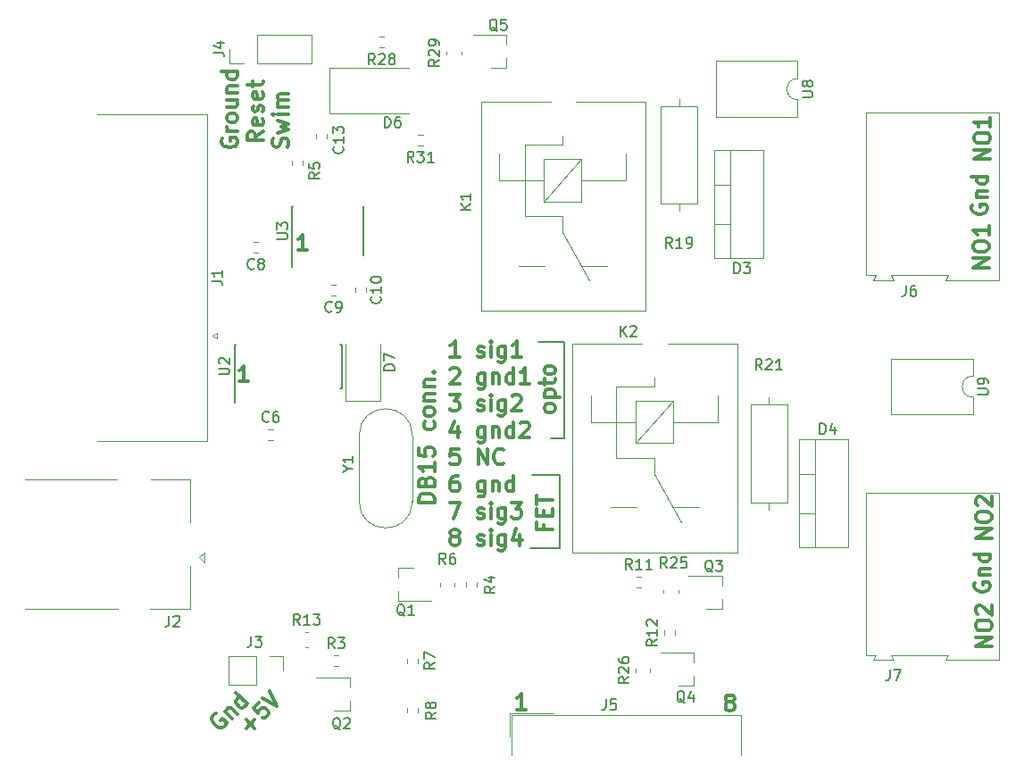
<source format=gbr>
G04 #@! TF.FileFunction,Legend,Top*
%FSLAX46Y46*%
G04 Gerber Fmt 4.6, Leading zero omitted, Abs format (unit mm)*
G04 Created by KiCad (PCBNEW 4.0.7) date Mon Jun 25 21:13:58 2018*
%MOMM*%
%LPD*%
G01*
G04 APERTURE LIST*
%ADD10C,0.100000*%
%ADD11C,0.300000*%
%ADD12C,0.200000*%
%ADD13C,0.120000*%
%ADD14C,0.150000*%
G04 APERTURE END LIST*
D10*
D11*
X70274571Y-68789571D02*
X68774571Y-68789571D01*
X68774571Y-68432428D01*
X68846000Y-68218143D01*
X68988857Y-68075285D01*
X69131714Y-68003857D01*
X69417429Y-67932428D01*
X69631714Y-67932428D01*
X69917429Y-68003857D01*
X70060286Y-68075285D01*
X70203143Y-68218143D01*
X70274571Y-68432428D01*
X70274571Y-68789571D01*
X69488857Y-66789571D02*
X69560286Y-66575285D01*
X69631714Y-66503857D01*
X69774571Y-66432428D01*
X69988857Y-66432428D01*
X70131714Y-66503857D01*
X70203143Y-66575285D01*
X70274571Y-66718143D01*
X70274571Y-67289571D01*
X68774571Y-67289571D01*
X68774571Y-66789571D01*
X68846000Y-66646714D01*
X68917429Y-66575285D01*
X69060286Y-66503857D01*
X69203143Y-66503857D01*
X69346000Y-66575285D01*
X69417429Y-66646714D01*
X69488857Y-66789571D01*
X69488857Y-67289571D01*
X70274571Y-65003857D02*
X70274571Y-65861000D01*
X70274571Y-65432428D02*
X68774571Y-65432428D01*
X68988857Y-65575285D01*
X69131714Y-65718143D01*
X69203143Y-65861000D01*
X68774571Y-63646714D02*
X68774571Y-64361000D01*
X69488857Y-64432429D01*
X69417429Y-64361000D01*
X69346000Y-64218143D01*
X69346000Y-63861000D01*
X69417429Y-63718143D01*
X69488857Y-63646714D01*
X69631714Y-63575286D01*
X69988857Y-63575286D01*
X70131714Y-63646714D01*
X70203143Y-63718143D01*
X70274571Y-63861000D01*
X70274571Y-64218143D01*
X70203143Y-64361000D01*
X70131714Y-64432429D01*
X70203143Y-61146715D02*
X70274571Y-61289572D01*
X70274571Y-61575286D01*
X70203143Y-61718144D01*
X70131714Y-61789572D01*
X69988857Y-61861001D01*
X69560286Y-61861001D01*
X69417429Y-61789572D01*
X69346000Y-61718144D01*
X69274571Y-61575286D01*
X69274571Y-61289572D01*
X69346000Y-61146715D01*
X70274571Y-60289572D02*
X70203143Y-60432430D01*
X70131714Y-60503858D01*
X69988857Y-60575287D01*
X69560286Y-60575287D01*
X69417429Y-60503858D01*
X69346000Y-60432430D01*
X69274571Y-60289572D01*
X69274571Y-60075287D01*
X69346000Y-59932430D01*
X69417429Y-59861001D01*
X69560286Y-59789572D01*
X69988857Y-59789572D01*
X70131714Y-59861001D01*
X70203143Y-59932430D01*
X70274571Y-60075287D01*
X70274571Y-60289572D01*
X69274571Y-59146715D02*
X70274571Y-59146715D01*
X69417429Y-59146715D02*
X69346000Y-59075287D01*
X69274571Y-58932429D01*
X69274571Y-58718144D01*
X69346000Y-58575287D01*
X69488857Y-58503858D01*
X70274571Y-58503858D01*
X69274571Y-57789572D02*
X70274571Y-57789572D01*
X69417429Y-57789572D02*
X69346000Y-57718144D01*
X69274571Y-57575286D01*
X69274571Y-57361001D01*
X69346000Y-57218144D01*
X69488857Y-57146715D01*
X70274571Y-57146715D01*
X70131714Y-56432429D02*
X70203143Y-56361001D01*
X70274571Y-56432429D01*
X70203143Y-56503858D01*
X70131714Y-56432429D01*
X70274571Y-56432429D01*
X98155144Y-87705429D02*
X98012286Y-87634000D01*
X97940858Y-87562571D01*
X97869429Y-87419714D01*
X97869429Y-87348286D01*
X97940858Y-87205429D01*
X98012286Y-87134000D01*
X98155144Y-87062571D01*
X98440858Y-87062571D01*
X98583715Y-87134000D01*
X98655144Y-87205429D01*
X98726572Y-87348286D01*
X98726572Y-87419714D01*
X98655144Y-87562571D01*
X98583715Y-87634000D01*
X98440858Y-87705429D01*
X98155144Y-87705429D01*
X98012286Y-87776857D01*
X97940858Y-87848286D01*
X97869429Y-87991143D01*
X97869429Y-88276857D01*
X97940858Y-88419714D01*
X98012286Y-88491143D01*
X98155144Y-88562571D01*
X98440858Y-88562571D01*
X98583715Y-88491143D01*
X98655144Y-88419714D01*
X98726572Y-88276857D01*
X98726572Y-87991143D01*
X98655144Y-87848286D01*
X98583715Y-87776857D01*
X98440858Y-87705429D01*
X78914572Y-88435571D02*
X78057429Y-88435571D01*
X78486001Y-88435571D02*
X78486001Y-86935571D01*
X78343144Y-87149857D01*
X78200286Y-87292714D01*
X78057429Y-87364143D01*
D12*
X82169000Y-73152000D02*
X79375000Y-73152000D01*
X82169000Y-66167000D02*
X82169000Y-73152000D01*
X79502000Y-66167000D02*
X82169000Y-66167000D01*
D11*
X80664857Y-70885714D02*
X80664857Y-71385714D01*
X81450571Y-71385714D02*
X79950571Y-71385714D01*
X79950571Y-70671428D01*
X80664857Y-70100000D02*
X80664857Y-69600000D01*
X81450571Y-69385714D02*
X81450571Y-70100000D01*
X79950571Y-70100000D01*
X79950571Y-69385714D01*
X79950571Y-68957143D02*
X79950571Y-68100000D01*
X81450571Y-68528571D02*
X79950571Y-68528571D01*
D12*
X82550000Y-62738000D02*
X81280000Y-62738000D01*
X82550000Y-53594000D02*
X82550000Y-62738000D01*
X80137000Y-53594000D02*
X82550000Y-53594000D01*
D11*
X81704571Y-59931857D02*
X81633143Y-60074715D01*
X81561714Y-60146143D01*
X81418857Y-60217572D01*
X80990286Y-60217572D01*
X80847429Y-60146143D01*
X80776000Y-60074715D01*
X80704571Y-59931857D01*
X80704571Y-59717572D01*
X80776000Y-59574715D01*
X80847429Y-59503286D01*
X80990286Y-59431857D01*
X81418857Y-59431857D01*
X81561714Y-59503286D01*
X81633143Y-59574715D01*
X81704571Y-59717572D01*
X81704571Y-59931857D01*
X80704571Y-58789000D02*
X82204571Y-58789000D01*
X80776000Y-58789000D02*
X80704571Y-58646143D01*
X80704571Y-58360429D01*
X80776000Y-58217572D01*
X80847429Y-58146143D01*
X80990286Y-58074714D01*
X81418857Y-58074714D01*
X81561714Y-58146143D01*
X81633143Y-58217572D01*
X81704571Y-58360429D01*
X81704571Y-58646143D01*
X81633143Y-58789000D01*
X80704571Y-57646143D02*
X80704571Y-57074714D01*
X80204571Y-57431857D02*
X81490286Y-57431857D01*
X81633143Y-57360429D01*
X81704571Y-57217571D01*
X81704571Y-57074714D01*
X81704571Y-56360428D02*
X81633143Y-56503286D01*
X81561714Y-56574714D01*
X81418857Y-56646143D01*
X80990286Y-56646143D01*
X80847429Y-56574714D01*
X80776000Y-56503286D01*
X80704571Y-56360428D01*
X80704571Y-56146143D01*
X80776000Y-56003286D01*
X80847429Y-55931857D01*
X80990286Y-55860428D01*
X81418857Y-55860428D01*
X81561714Y-55931857D01*
X81633143Y-56003286D01*
X81704571Y-56146143D01*
X81704571Y-56360428D01*
X72643857Y-54999571D02*
X71786714Y-54999571D01*
X72215286Y-54999571D02*
X72215286Y-53499571D01*
X72072429Y-53713857D01*
X71929571Y-53856714D01*
X71786714Y-53928143D01*
X74358142Y-54928143D02*
X74500999Y-54999571D01*
X74786714Y-54999571D01*
X74929571Y-54928143D01*
X75000999Y-54785286D01*
X75000999Y-54713857D01*
X74929571Y-54571000D01*
X74786714Y-54499571D01*
X74572428Y-54499571D01*
X74429571Y-54428143D01*
X74358142Y-54285286D01*
X74358142Y-54213857D01*
X74429571Y-54071000D01*
X74572428Y-53999571D01*
X74786714Y-53999571D01*
X74929571Y-54071000D01*
X75643857Y-54999571D02*
X75643857Y-53999571D01*
X75643857Y-53499571D02*
X75572428Y-53571000D01*
X75643857Y-53642429D01*
X75715285Y-53571000D01*
X75643857Y-53499571D01*
X75643857Y-53642429D01*
X77001000Y-53999571D02*
X77001000Y-55213857D01*
X76929571Y-55356714D01*
X76858143Y-55428143D01*
X76715286Y-55499571D01*
X76501000Y-55499571D01*
X76358143Y-55428143D01*
X77001000Y-54928143D02*
X76858143Y-54999571D01*
X76572429Y-54999571D01*
X76429571Y-54928143D01*
X76358143Y-54856714D01*
X76286714Y-54713857D01*
X76286714Y-54285286D01*
X76358143Y-54142429D01*
X76429571Y-54071000D01*
X76572429Y-53999571D01*
X76858143Y-53999571D01*
X77001000Y-54071000D01*
X78501000Y-54999571D02*
X77643857Y-54999571D01*
X78072429Y-54999571D02*
X78072429Y-53499571D01*
X77929572Y-53713857D01*
X77786714Y-53856714D01*
X77643857Y-53928143D01*
X71786714Y-56192429D02*
X71858143Y-56121000D01*
X72001000Y-56049571D01*
X72358143Y-56049571D01*
X72501000Y-56121000D01*
X72572429Y-56192429D01*
X72643857Y-56335286D01*
X72643857Y-56478143D01*
X72572429Y-56692429D01*
X71715286Y-57549571D01*
X72643857Y-57549571D01*
X75072428Y-56549571D02*
X75072428Y-57763857D01*
X75000999Y-57906714D01*
X74929571Y-57978143D01*
X74786714Y-58049571D01*
X74572428Y-58049571D01*
X74429571Y-57978143D01*
X75072428Y-57478143D02*
X74929571Y-57549571D01*
X74643857Y-57549571D01*
X74500999Y-57478143D01*
X74429571Y-57406714D01*
X74358142Y-57263857D01*
X74358142Y-56835286D01*
X74429571Y-56692429D01*
X74500999Y-56621000D01*
X74643857Y-56549571D01*
X74929571Y-56549571D01*
X75072428Y-56621000D01*
X75786714Y-56549571D02*
X75786714Y-57549571D01*
X75786714Y-56692429D02*
X75858142Y-56621000D01*
X76001000Y-56549571D01*
X76215285Y-56549571D01*
X76358142Y-56621000D01*
X76429571Y-56763857D01*
X76429571Y-57549571D01*
X77786714Y-57549571D02*
X77786714Y-56049571D01*
X77786714Y-57478143D02*
X77643857Y-57549571D01*
X77358143Y-57549571D01*
X77215285Y-57478143D01*
X77143857Y-57406714D01*
X77072428Y-57263857D01*
X77072428Y-56835286D01*
X77143857Y-56692429D01*
X77215285Y-56621000D01*
X77358143Y-56549571D01*
X77643857Y-56549571D01*
X77786714Y-56621000D01*
X79286714Y-57549571D02*
X78429571Y-57549571D01*
X78858143Y-57549571D02*
X78858143Y-56049571D01*
X78715286Y-56263857D01*
X78572428Y-56406714D01*
X78429571Y-56478143D01*
X71715286Y-58599571D02*
X72643857Y-58599571D01*
X72143857Y-59171000D01*
X72358143Y-59171000D01*
X72501000Y-59242429D01*
X72572429Y-59313857D01*
X72643857Y-59456714D01*
X72643857Y-59813857D01*
X72572429Y-59956714D01*
X72501000Y-60028143D01*
X72358143Y-60099571D01*
X71929571Y-60099571D01*
X71786714Y-60028143D01*
X71715286Y-59956714D01*
X74358142Y-60028143D02*
X74500999Y-60099571D01*
X74786714Y-60099571D01*
X74929571Y-60028143D01*
X75000999Y-59885286D01*
X75000999Y-59813857D01*
X74929571Y-59671000D01*
X74786714Y-59599571D01*
X74572428Y-59599571D01*
X74429571Y-59528143D01*
X74358142Y-59385286D01*
X74358142Y-59313857D01*
X74429571Y-59171000D01*
X74572428Y-59099571D01*
X74786714Y-59099571D01*
X74929571Y-59171000D01*
X75643857Y-60099571D02*
X75643857Y-59099571D01*
X75643857Y-58599571D02*
X75572428Y-58671000D01*
X75643857Y-58742429D01*
X75715285Y-58671000D01*
X75643857Y-58599571D01*
X75643857Y-58742429D01*
X77001000Y-59099571D02*
X77001000Y-60313857D01*
X76929571Y-60456714D01*
X76858143Y-60528143D01*
X76715286Y-60599571D01*
X76501000Y-60599571D01*
X76358143Y-60528143D01*
X77001000Y-60028143D02*
X76858143Y-60099571D01*
X76572429Y-60099571D01*
X76429571Y-60028143D01*
X76358143Y-59956714D01*
X76286714Y-59813857D01*
X76286714Y-59385286D01*
X76358143Y-59242429D01*
X76429571Y-59171000D01*
X76572429Y-59099571D01*
X76858143Y-59099571D01*
X77001000Y-59171000D01*
X77643857Y-58742429D02*
X77715286Y-58671000D01*
X77858143Y-58599571D01*
X78215286Y-58599571D01*
X78358143Y-58671000D01*
X78429572Y-58742429D01*
X78501000Y-58885286D01*
X78501000Y-59028143D01*
X78429572Y-59242429D01*
X77572429Y-60099571D01*
X78501000Y-60099571D01*
X72501000Y-61649571D02*
X72501000Y-62649571D01*
X72143857Y-61078143D02*
X71786714Y-62149571D01*
X72715286Y-62149571D01*
X75072428Y-61649571D02*
X75072428Y-62863857D01*
X75000999Y-63006714D01*
X74929571Y-63078143D01*
X74786714Y-63149571D01*
X74572428Y-63149571D01*
X74429571Y-63078143D01*
X75072428Y-62578143D02*
X74929571Y-62649571D01*
X74643857Y-62649571D01*
X74500999Y-62578143D01*
X74429571Y-62506714D01*
X74358142Y-62363857D01*
X74358142Y-61935286D01*
X74429571Y-61792429D01*
X74500999Y-61721000D01*
X74643857Y-61649571D01*
X74929571Y-61649571D01*
X75072428Y-61721000D01*
X75786714Y-61649571D02*
X75786714Y-62649571D01*
X75786714Y-61792429D02*
X75858142Y-61721000D01*
X76001000Y-61649571D01*
X76215285Y-61649571D01*
X76358142Y-61721000D01*
X76429571Y-61863857D01*
X76429571Y-62649571D01*
X77786714Y-62649571D02*
X77786714Y-61149571D01*
X77786714Y-62578143D02*
X77643857Y-62649571D01*
X77358143Y-62649571D01*
X77215285Y-62578143D01*
X77143857Y-62506714D01*
X77072428Y-62363857D01*
X77072428Y-61935286D01*
X77143857Y-61792429D01*
X77215285Y-61721000D01*
X77358143Y-61649571D01*
X77643857Y-61649571D01*
X77786714Y-61721000D01*
X78429571Y-61292429D02*
X78501000Y-61221000D01*
X78643857Y-61149571D01*
X79001000Y-61149571D01*
X79143857Y-61221000D01*
X79215286Y-61292429D01*
X79286714Y-61435286D01*
X79286714Y-61578143D01*
X79215286Y-61792429D01*
X78358143Y-62649571D01*
X79286714Y-62649571D01*
X72572429Y-63699571D02*
X71858143Y-63699571D01*
X71786714Y-64413857D01*
X71858143Y-64342429D01*
X72001000Y-64271000D01*
X72358143Y-64271000D01*
X72501000Y-64342429D01*
X72572429Y-64413857D01*
X72643857Y-64556714D01*
X72643857Y-64913857D01*
X72572429Y-65056714D01*
X72501000Y-65128143D01*
X72358143Y-65199571D01*
X72001000Y-65199571D01*
X71858143Y-65128143D01*
X71786714Y-65056714D01*
X74429571Y-65199571D02*
X74429571Y-63699571D01*
X75286714Y-65199571D01*
X75286714Y-63699571D01*
X76858143Y-65056714D02*
X76786714Y-65128143D01*
X76572428Y-65199571D01*
X76429571Y-65199571D01*
X76215286Y-65128143D01*
X76072428Y-64985286D01*
X76001000Y-64842429D01*
X75929571Y-64556714D01*
X75929571Y-64342429D01*
X76001000Y-64056714D01*
X76072428Y-63913857D01*
X76215286Y-63771000D01*
X76429571Y-63699571D01*
X76572428Y-63699571D01*
X76786714Y-63771000D01*
X76858143Y-63842429D01*
X72501000Y-66249571D02*
X72215286Y-66249571D01*
X72072429Y-66321000D01*
X72001000Y-66392429D01*
X71858143Y-66606714D01*
X71786714Y-66892429D01*
X71786714Y-67463857D01*
X71858143Y-67606714D01*
X71929571Y-67678143D01*
X72072429Y-67749571D01*
X72358143Y-67749571D01*
X72501000Y-67678143D01*
X72572429Y-67606714D01*
X72643857Y-67463857D01*
X72643857Y-67106714D01*
X72572429Y-66963857D01*
X72501000Y-66892429D01*
X72358143Y-66821000D01*
X72072429Y-66821000D01*
X71929571Y-66892429D01*
X71858143Y-66963857D01*
X71786714Y-67106714D01*
X75072428Y-66749571D02*
X75072428Y-67963857D01*
X75000999Y-68106714D01*
X74929571Y-68178143D01*
X74786714Y-68249571D01*
X74572428Y-68249571D01*
X74429571Y-68178143D01*
X75072428Y-67678143D02*
X74929571Y-67749571D01*
X74643857Y-67749571D01*
X74500999Y-67678143D01*
X74429571Y-67606714D01*
X74358142Y-67463857D01*
X74358142Y-67035286D01*
X74429571Y-66892429D01*
X74500999Y-66821000D01*
X74643857Y-66749571D01*
X74929571Y-66749571D01*
X75072428Y-66821000D01*
X75786714Y-66749571D02*
X75786714Y-67749571D01*
X75786714Y-66892429D02*
X75858142Y-66821000D01*
X76001000Y-66749571D01*
X76215285Y-66749571D01*
X76358142Y-66821000D01*
X76429571Y-66963857D01*
X76429571Y-67749571D01*
X77786714Y-67749571D02*
X77786714Y-66249571D01*
X77786714Y-67678143D02*
X77643857Y-67749571D01*
X77358143Y-67749571D01*
X77215285Y-67678143D01*
X77143857Y-67606714D01*
X77072428Y-67463857D01*
X77072428Y-67035286D01*
X77143857Y-66892429D01*
X77215285Y-66821000D01*
X77358143Y-66749571D01*
X77643857Y-66749571D01*
X77786714Y-66821000D01*
X71715286Y-68799571D02*
X72715286Y-68799571D01*
X72072429Y-70299571D01*
X74358142Y-70228143D02*
X74500999Y-70299571D01*
X74786714Y-70299571D01*
X74929571Y-70228143D01*
X75000999Y-70085286D01*
X75000999Y-70013857D01*
X74929571Y-69871000D01*
X74786714Y-69799571D01*
X74572428Y-69799571D01*
X74429571Y-69728143D01*
X74358142Y-69585286D01*
X74358142Y-69513857D01*
X74429571Y-69371000D01*
X74572428Y-69299571D01*
X74786714Y-69299571D01*
X74929571Y-69371000D01*
X75643857Y-70299571D02*
X75643857Y-69299571D01*
X75643857Y-68799571D02*
X75572428Y-68871000D01*
X75643857Y-68942429D01*
X75715285Y-68871000D01*
X75643857Y-68799571D01*
X75643857Y-68942429D01*
X77001000Y-69299571D02*
X77001000Y-70513857D01*
X76929571Y-70656714D01*
X76858143Y-70728143D01*
X76715286Y-70799571D01*
X76501000Y-70799571D01*
X76358143Y-70728143D01*
X77001000Y-70228143D02*
X76858143Y-70299571D01*
X76572429Y-70299571D01*
X76429571Y-70228143D01*
X76358143Y-70156714D01*
X76286714Y-70013857D01*
X76286714Y-69585286D01*
X76358143Y-69442429D01*
X76429571Y-69371000D01*
X76572429Y-69299571D01*
X76858143Y-69299571D01*
X77001000Y-69371000D01*
X77572429Y-68799571D02*
X78501000Y-68799571D01*
X78001000Y-69371000D01*
X78215286Y-69371000D01*
X78358143Y-69442429D01*
X78429572Y-69513857D01*
X78501000Y-69656714D01*
X78501000Y-70013857D01*
X78429572Y-70156714D01*
X78358143Y-70228143D01*
X78215286Y-70299571D01*
X77786714Y-70299571D01*
X77643857Y-70228143D01*
X77572429Y-70156714D01*
X72072429Y-71992429D02*
X71929571Y-71921000D01*
X71858143Y-71849571D01*
X71786714Y-71706714D01*
X71786714Y-71635286D01*
X71858143Y-71492429D01*
X71929571Y-71421000D01*
X72072429Y-71349571D01*
X72358143Y-71349571D01*
X72501000Y-71421000D01*
X72572429Y-71492429D01*
X72643857Y-71635286D01*
X72643857Y-71706714D01*
X72572429Y-71849571D01*
X72501000Y-71921000D01*
X72358143Y-71992429D01*
X72072429Y-71992429D01*
X71929571Y-72063857D01*
X71858143Y-72135286D01*
X71786714Y-72278143D01*
X71786714Y-72563857D01*
X71858143Y-72706714D01*
X71929571Y-72778143D01*
X72072429Y-72849571D01*
X72358143Y-72849571D01*
X72501000Y-72778143D01*
X72572429Y-72706714D01*
X72643857Y-72563857D01*
X72643857Y-72278143D01*
X72572429Y-72135286D01*
X72501000Y-72063857D01*
X72358143Y-71992429D01*
X74358142Y-72778143D02*
X74500999Y-72849571D01*
X74786714Y-72849571D01*
X74929571Y-72778143D01*
X75000999Y-72635286D01*
X75000999Y-72563857D01*
X74929571Y-72421000D01*
X74786714Y-72349571D01*
X74572428Y-72349571D01*
X74429571Y-72278143D01*
X74358142Y-72135286D01*
X74358142Y-72063857D01*
X74429571Y-71921000D01*
X74572428Y-71849571D01*
X74786714Y-71849571D01*
X74929571Y-71921000D01*
X75643857Y-72849571D02*
X75643857Y-71849571D01*
X75643857Y-71349571D02*
X75572428Y-71421000D01*
X75643857Y-71492429D01*
X75715285Y-71421000D01*
X75643857Y-71349571D01*
X75643857Y-71492429D01*
X77001000Y-71849571D02*
X77001000Y-73063857D01*
X76929571Y-73206714D01*
X76858143Y-73278143D01*
X76715286Y-73349571D01*
X76501000Y-73349571D01*
X76358143Y-73278143D01*
X77001000Y-72778143D02*
X76858143Y-72849571D01*
X76572429Y-72849571D01*
X76429571Y-72778143D01*
X76358143Y-72706714D01*
X76286714Y-72563857D01*
X76286714Y-72135286D01*
X76358143Y-71992429D01*
X76429571Y-71921000D01*
X76572429Y-71849571D01*
X76858143Y-71849571D01*
X77001000Y-71921000D01*
X78358143Y-71849571D02*
X78358143Y-72849571D01*
X78001000Y-71278143D02*
X77643857Y-72349571D01*
X78572429Y-72349571D01*
X52625572Y-57320571D02*
X51768429Y-57320571D01*
X52197001Y-57320571D02*
X52197001Y-55820571D01*
X52054144Y-56034857D01*
X51911286Y-56177714D01*
X51768429Y-56249143D01*
X58213572Y-44874571D02*
X57356429Y-44874571D01*
X57785001Y-44874571D02*
X57785001Y-43374571D01*
X57642144Y-43588857D01*
X57499286Y-43731714D01*
X57356429Y-43803143D01*
X49587817Y-88797523D02*
X49436294Y-88848030D01*
X49284771Y-88999553D01*
X49183756Y-89201584D01*
X49183755Y-89403615D01*
X49234263Y-89555137D01*
X49385786Y-89807676D01*
X49537309Y-89959198D01*
X49789848Y-90110721D01*
X49941370Y-90161229D01*
X50143401Y-90161229D01*
X50345431Y-90060214D01*
X50446446Y-89959198D01*
X50547462Y-89757168D01*
X50547462Y-89656152D01*
X50193908Y-89302599D01*
X49991877Y-89504630D01*
X50395939Y-88595492D02*
X51103045Y-89302599D01*
X50496955Y-88696508D02*
X50496954Y-88595493D01*
X50547462Y-88443969D01*
X50698984Y-88292447D01*
X50850507Y-88241939D01*
X51002030Y-88292447D01*
X51557614Y-88848030D01*
X52517259Y-87888385D02*
X51456599Y-86827725D01*
X52466752Y-87837878D02*
X52416244Y-87989400D01*
X52214214Y-88191431D01*
X52062690Y-88241939D01*
X51961675Y-88241939D01*
X51810152Y-88191431D01*
X51507107Y-87888386D01*
X51456600Y-87736863D01*
X51456599Y-87635848D01*
X51507107Y-87484324D01*
X51709137Y-87282294D01*
X51860660Y-87231786D01*
X52433056Y-90212467D02*
X53241178Y-89404345D01*
X53241177Y-90212467D02*
X52433055Y-89404345D01*
X53594731Y-87737593D02*
X53089655Y-88242669D01*
X53544223Y-88798254D01*
X53544224Y-88697238D01*
X53594731Y-88545715D01*
X53847269Y-88293177D01*
X53998793Y-88242670D01*
X54099808Y-88242669D01*
X54251330Y-88293177D01*
X54503868Y-88545715D01*
X54554376Y-88697238D01*
X54554376Y-88798254D01*
X54503868Y-88949776D01*
X54251330Y-89202314D01*
X54099808Y-89252822D01*
X53998792Y-89252822D01*
X53948284Y-87384040D02*
X55362497Y-88091147D01*
X54655391Y-86676933D01*
X56360143Y-35083429D02*
X56431571Y-34869143D01*
X56431571Y-34512000D01*
X56360143Y-34369143D01*
X56288714Y-34297714D01*
X56145857Y-34226286D01*
X56003000Y-34226286D01*
X55860143Y-34297714D01*
X55788714Y-34369143D01*
X55717286Y-34512000D01*
X55645857Y-34797714D01*
X55574429Y-34940572D01*
X55503000Y-35012000D01*
X55360143Y-35083429D01*
X55217286Y-35083429D01*
X55074429Y-35012000D01*
X55003000Y-34940572D01*
X54931571Y-34797714D01*
X54931571Y-34440572D01*
X55003000Y-34226286D01*
X55431571Y-33726286D02*
X56431571Y-33440572D01*
X55717286Y-33154858D01*
X56431571Y-32869143D01*
X55431571Y-32583429D01*
X56431571Y-32012000D02*
X55431571Y-32012000D01*
X54931571Y-32012000D02*
X55003000Y-32083429D01*
X55074429Y-32012000D01*
X55003000Y-31940572D01*
X54931571Y-32012000D01*
X55074429Y-32012000D01*
X56431571Y-31297714D02*
X55431571Y-31297714D01*
X55574429Y-31297714D02*
X55503000Y-31226286D01*
X55431571Y-31083428D01*
X55431571Y-30869143D01*
X55503000Y-30726286D01*
X55645857Y-30654857D01*
X56431571Y-30654857D01*
X55645857Y-30654857D02*
X55503000Y-30583428D01*
X55431571Y-30440571D01*
X55431571Y-30226286D01*
X55503000Y-30083428D01*
X55645857Y-30012000D01*
X56431571Y-30012000D01*
X54018571Y-33607142D02*
X53304286Y-34107142D01*
X54018571Y-34464285D02*
X52518571Y-34464285D01*
X52518571Y-33892857D01*
X52590000Y-33749999D01*
X52661429Y-33678571D01*
X52804286Y-33607142D01*
X53018571Y-33607142D01*
X53161429Y-33678571D01*
X53232857Y-33749999D01*
X53304286Y-33892857D01*
X53304286Y-34464285D01*
X53947143Y-32392857D02*
X54018571Y-32535714D01*
X54018571Y-32821428D01*
X53947143Y-32964285D01*
X53804286Y-33035714D01*
X53232857Y-33035714D01*
X53090000Y-32964285D01*
X53018571Y-32821428D01*
X53018571Y-32535714D01*
X53090000Y-32392857D01*
X53232857Y-32321428D01*
X53375714Y-32321428D01*
X53518571Y-33035714D01*
X53947143Y-31750000D02*
X54018571Y-31607143D01*
X54018571Y-31321428D01*
X53947143Y-31178571D01*
X53804286Y-31107143D01*
X53732857Y-31107143D01*
X53590000Y-31178571D01*
X53518571Y-31321428D01*
X53518571Y-31535714D01*
X53447143Y-31678571D01*
X53304286Y-31750000D01*
X53232857Y-31750000D01*
X53090000Y-31678571D01*
X53018571Y-31535714D01*
X53018571Y-31321428D01*
X53090000Y-31178571D01*
X53947143Y-29892857D02*
X54018571Y-30035714D01*
X54018571Y-30321428D01*
X53947143Y-30464285D01*
X53804286Y-30535714D01*
X53232857Y-30535714D01*
X53090000Y-30464285D01*
X53018571Y-30321428D01*
X53018571Y-30035714D01*
X53090000Y-29892857D01*
X53232857Y-29821428D01*
X53375714Y-29821428D01*
X53518571Y-30535714D01*
X53018571Y-29392857D02*
X53018571Y-28821428D01*
X52518571Y-29178571D02*
X53804286Y-29178571D01*
X53947143Y-29107143D01*
X54018571Y-28964285D01*
X54018571Y-28821428D01*
X50177000Y-34281714D02*
X50105571Y-34424571D01*
X50105571Y-34638857D01*
X50177000Y-34853142D01*
X50319857Y-34996000D01*
X50462714Y-35067428D01*
X50748429Y-35138857D01*
X50962714Y-35138857D01*
X51248429Y-35067428D01*
X51391286Y-34996000D01*
X51534143Y-34853142D01*
X51605571Y-34638857D01*
X51605571Y-34496000D01*
X51534143Y-34281714D01*
X51462714Y-34210285D01*
X50962714Y-34210285D01*
X50962714Y-34496000D01*
X51605571Y-33567428D02*
X50605571Y-33567428D01*
X50891286Y-33567428D02*
X50748429Y-33496000D01*
X50677000Y-33424571D01*
X50605571Y-33281714D01*
X50605571Y-33138857D01*
X51605571Y-32424571D02*
X51534143Y-32567429D01*
X51462714Y-32638857D01*
X51319857Y-32710286D01*
X50891286Y-32710286D01*
X50748429Y-32638857D01*
X50677000Y-32567429D01*
X50605571Y-32424571D01*
X50605571Y-32210286D01*
X50677000Y-32067429D01*
X50748429Y-31996000D01*
X50891286Y-31924571D01*
X51319857Y-31924571D01*
X51462714Y-31996000D01*
X51534143Y-32067429D01*
X51605571Y-32210286D01*
X51605571Y-32424571D01*
X50605571Y-30638857D02*
X51605571Y-30638857D01*
X50605571Y-31281714D02*
X51391286Y-31281714D01*
X51534143Y-31210286D01*
X51605571Y-31067428D01*
X51605571Y-30853143D01*
X51534143Y-30710286D01*
X51462714Y-30638857D01*
X50605571Y-29924571D02*
X51605571Y-29924571D01*
X50748429Y-29924571D02*
X50677000Y-29853143D01*
X50605571Y-29710285D01*
X50605571Y-29496000D01*
X50677000Y-29353143D01*
X50819857Y-29281714D01*
X51605571Y-29281714D01*
X51605571Y-27924571D02*
X50105571Y-27924571D01*
X51534143Y-27924571D02*
X51605571Y-28067428D01*
X51605571Y-28353142D01*
X51534143Y-28496000D01*
X51462714Y-28567428D01*
X51319857Y-28638857D01*
X50891286Y-28638857D01*
X50748429Y-28567428D01*
X50677000Y-28496000D01*
X50605571Y-28353142D01*
X50605571Y-28067428D01*
X50677000Y-27924571D01*
X123106571Y-82446571D02*
X121606571Y-82446571D01*
X123106571Y-81589428D01*
X121606571Y-81589428D01*
X121606571Y-80589428D02*
X121606571Y-80303714D01*
X121678000Y-80160856D01*
X121820857Y-80017999D01*
X122106571Y-79946571D01*
X122606571Y-79946571D01*
X122892286Y-80017999D01*
X123035143Y-80160856D01*
X123106571Y-80303714D01*
X123106571Y-80589428D01*
X123035143Y-80732285D01*
X122892286Y-80875142D01*
X122606571Y-80946571D01*
X122106571Y-80946571D01*
X121820857Y-80875142D01*
X121678000Y-80732285D01*
X121606571Y-80589428D01*
X121749429Y-79375142D02*
X121678000Y-79303713D01*
X121606571Y-79160856D01*
X121606571Y-78803713D01*
X121678000Y-78660856D01*
X121749429Y-78589427D01*
X121892286Y-78517999D01*
X122035143Y-78517999D01*
X122249429Y-78589427D01*
X123106571Y-79446570D01*
X123106571Y-78517999D01*
X123106571Y-72159571D02*
X121606571Y-72159571D01*
X123106571Y-71302428D01*
X121606571Y-71302428D01*
X121606571Y-70302428D02*
X121606571Y-70016714D01*
X121678000Y-69873856D01*
X121820857Y-69730999D01*
X122106571Y-69659571D01*
X122606571Y-69659571D01*
X122892286Y-69730999D01*
X123035143Y-69873856D01*
X123106571Y-70016714D01*
X123106571Y-70302428D01*
X123035143Y-70445285D01*
X122892286Y-70588142D01*
X122606571Y-70659571D01*
X122106571Y-70659571D01*
X121820857Y-70588142D01*
X121678000Y-70445285D01*
X121606571Y-70302428D01*
X121749429Y-69088142D02*
X121678000Y-69016713D01*
X121606571Y-68873856D01*
X121606571Y-68516713D01*
X121678000Y-68373856D01*
X121749429Y-68302427D01*
X121892286Y-68230999D01*
X122035143Y-68230999D01*
X122249429Y-68302427D01*
X123106571Y-69159570D01*
X123106571Y-68230999D01*
X122852571Y-46505571D02*
X121352571Y-46505571D01*
X122852571Y-45648428D01*
X121352571Y-45648428D01*
X121352571Y-44648428D02*
X121352571Y-44362714D01*
X121424000Y-44219856D01*
X121566857Y-44076999D01*
X121852571Y-44005571D01*
X122352571Y-44005571D01*
X122638286Y-44076999D01*
X122781143Y-44219856D01*
X122852571Y-44362714D01*
X122852571Y-44648428D01*
X122781143Y-44791285D01*
X122638286Y-44934142D01*
X122352571Y-45005571D01*
X121852571Y-45005571D01*
X121566857Y-44934142D01*
X121424000Y-44791285D01*
X121352571Y-44648428D01*
X122852571Y-42576999D02*
X122852571Y-43434142D01*
X122852571Y-43005570D02*
X121352571Y-43005570D01*
X121566857Y-43148427D01*
X121709714Y-43291285D01*
X121781143Y-43434142D01*
X122979571Y-36218571D02*
X121479571Y-36218571D01*
X122979571Y-35361428D01*
X121479571Y-35361428D01*
X121479571Y-34361428D02*
X121479571Y-34075714D01*
X121551000Y-33932856D01*
X121693857Y-33789999D01*
X121979571Y-33718571D01*
X122479571Y-33718571D01*
X122765286Y-33789999D01*
X122908143Y-33932856D01*
X122979571Y-34075714D01*
X122979571Y-34361428D01*
X122908143Y-34504285D01*
X122765286Y-34647142D01*
X122479571Y-34718571D01*
X121979571Y-34718571D01*
X121693857Y-34647142D01*
X121551000Y-34504285D01*
X121479571Y-34361428D01*
X122979571Y-32289999D02*
X122979571Y-33147142D01*
X122979571Y-32718570D02*
X121479571Y-32718570D01*
X121693857Y-32861427D01*
X121836714Y-33004285D01*
X121908143Y-33147142D01*
X121551000Y-76402286D02*
X121479571Y-76545143D01*
X121479571Y-76759429D01*
X121551000Y-76973714D01*
X121693857Y-77116572D01*
X121836714Y-77188000D01*
X122122429Y-77259429D01*
X122336714Y-77259429D01*
X122622429Y-77188000D01*
X122765286Y-77116572D01*
X122908143Y-76973714D01*
X122979571Y-76759429D01*
X122979571Y-76616572D01*
X122908143Y-76402286D01*
X122836714Y-76330857D01*
X122336714Y-76330857D01*
X122336714Y-76616572D01*
X121979571Y-75688000D02*
X122979571Y-75688000D01*
X122122429Y-75688000D02*
X122051000Y-75616572D01*
X121979571Y-75473714D01*
X121979571Y-75259429D01*
X122051000Y-75116572D01*
X122193857Y-75045143D01*
X122979571Y-75045143D01*
X122979571Y-73688000D02*
X121479571Y-73688000D01*
X122908143Y-73688000D02*
X122979571Y-73830857D01*
X122979571Y-74116571D01*
X122908143Y-74259429D01*
X122836714Y-74330857D01*
X122693857Y-74402286D01*
X122265286Y-74402286D01*
X122122429Y-74330857D01*
X122051000Y-74259429D01*
X121979571Y-74116571D01*
X121979571Y-73830857D01*
X122051000Y-73688000D01*
X121297000Y-40588286D02*
X121225571Y-40731143D01*
X121225571Y-40945429D01*
X121297000Y-41159714D01*
X121439857Y-41302572D01*
X121582714Y-41374000D01*
X121868429Y-41445429D01*
X122082714Y-41445429D01*
X122368429Y-41374000D01*
X122511286Y-41302572D01*
X122654143Y-41159714D01*
X122725571Y-40945429D01*
X122725571Y-40802572D01*
X122654143Y-40588286D01*
X122582714Y-40516857D01*
X122082714Y-40516857D01*
X122082714Y-40802572D01*
X121725571Y-39874000D02*
X122725571Y-39874000D01*
X121868429Y-39874000D02*
X121797000Y-39802572D01*
X121725571Y-39659714D01*
X121725571Y-39445429D01*
X121797000Y-39302572D01*
X121939857Y-39231143D01*
X122725571Y-39231143D01*
X122725571Y-37874000D02*
X121225571Y-37874000D01*
X122654143Y-37874000D02*
X122725571Y-38016857D01*
X122725571Y-38302571D01*
X122654143Y-38445429D01*
X122582714Y-38516857D01*
X122439857Y-38588286D01*
X122011286Y-38588286D01*
X121868429Y-38516857D01*
X121797000Y-38445429D01*
X121725571Y-38302571D01*
X121725571Y-38016857D01*
X121797000Y-37874000D01*
D13*
X54517000Y-61847000D02*
X54957000Y-61847000D01*
X54517000Y-62867000D02*
X54957000Y-62867000D01*
X53560000Y-45087000D02*
X53120000Y-45087000D01*
X53560000Y-44067000D02*
X53120000Y-44067000D01*
X60926000Y-49151000D02*
X60486000Y-49151000D01*
X60926000Y-48131000D02*
X60486000Y-48131000D01*
X62736000Y-48861000D02*
X62736000Y-48421000D01*
X63756000Y-48861000D02*
X63756000Y-48421000D01*
X96821000Y-45633000D02*
X96821000Y-35393000D01*
X101462000Y-45633000D02*
X101462000Y-35393000D01*
X96821000Y-45633000D02*
X101462000Y-45633000D01*
X96821000Y-35393000D02*
X101462000Y-35393000D01*
X98331000Y-45633000D02*
X98331000Y-35393000D01*
X96821000Y-42363000D02*
X98331000Y-42363000D01*
X96821000Y-38662000D02*
X98331000Y-38662000D01*
X104880000Y-73080000D02*
X104880000Y-62840000D01*
X109521000Y-73080000D02*
X109521000Y-62840000D01*
X104880000Y-73080000D02*
X109521000Y-73080000D01*
X104880000Y-62840000D02*
X109521000Y-62840000D01*
X106390000Y-73080000D02*
X106390000Y-62840000D01*
X104880000Y-69810000D02*
X106390000Y-69810000D01*
X104880000Y-66109000D02*
X106390000Y-66109000D01*
X40200000Y-66600000D02*
X31450000Y-66600000D01*
X47150000Y-66600000D02*
X43350000Y-66600000D01*
X47150000Y-70700000D02*
X47150000Y-66600000D01*
X40250000Y-78900000D02*
X31450000Y-78900000D01*
X47150000Y-78900000D02*
X43300000Y-78900000D01*
X47150000Y-74800000D02*
X47150000Y-78900000D01*
X48450000Y-73550000D02*
X48000000Y-74000000D01*
X48450000Y-74450000D02*
X48450000Y-73550000D01*
X48000000Y-74000000D02*
X48450000Y-74450000D01*
X50740000Y-83379000D02*
X50740000Y-86039000D01*
X53340000Y-83379000D02*
X50740000Y-83379000D01*
X53340000Y-86039000D02*
X50740000Y-86039000D01*
X53340000Y-83379000D02*
X53340000Y-86039000D01*
X54610000Y-83379000D02*
X55940000Y-83379000D01*
X55940000Y-83379000D02*
X55940000Y-84709000D01*
X58607000Y-27111000D02*
X58607000Y-24451000D01*
X53467000Y-27111000D02*
X58607000Y-27111000D01*
X53467000Y-24451000D02*
X58607000Y-24451000D01*
X53467000Y-27111000D02*
X53467000Y-24451000D01*
X52197000Y-27111000D02*
X50867000Y-27111000D01*
X50867000Y-27111000D02*
X50867000Y-25781000D01*
X99378333Y-92740000D02*
X99378333Y-89000000D01*
X99378333Y-89000000D02*
X77621667Y-89000000D01*
X77621667Y-89000000D02*
X77621667Y-92740000D01*
X77381667Y-91000000D02*
X77381667Y-88760000D01*
X77381667Y-88760000D02*
X81575000Y-88760000D01*
X123800000Y-31850000D02*
X111200000Y-31850000D01*
X111200000Y-31850000D02*
X111200000Y-47250000D01*
X111200000Y-47250000D02*
X112150000Y-47250000D01*
X112150000Y-47250000D02*
X111850000Y-47750000D01*
X111850000Y-47750000D02*
X113850000Y-47750000D01*
X113850000Y-47750000D02*
X113600000Y-47250000D01*
X113600000Y-47250000D02*
X119000000Y-47250000D01*
X119000000Y-47250000D02*
X118750000Y-47750000D01*
X118750000Y-47750000D02*
X123800000Y-47750000D01*
X123800000Y-47750000D02*
X123800000Y-31850000D01*
X123800000Y-67850000D02*
X111200000Y-67850000D01*
X111200000Y-67850000D02*
X111200000Y-83250000D01*
X111200000Y-83250000D02*
X112150000Y-83250000D01*
X112150000Y-83250000D02*
X111850000Y-83750000D01*
X111850000Y-83750000D02*
X113850000Y-83750000D01*
X113850000Y-83750000D02*
X113600000Y-83250000D01*
X113600000Y-83250000D02*
X119000000Y-83250000D01*
X119000000Y-83250000D02*
X118750000Y-83750000D01*
X118750000Y-83750000D02*
X123800000Y-83750000D01*
X123800000Y-83750000D02*
X123800000Y-67850000D01*
X81275000Y-30795000D02*
X74675000Y-30795000D01*
X90275000Y-30795000D02*
X83675000Y-30795000D01*
X90275000Y-30795000D02*
X90275000Y-50595000D01*
X90275000Y-50595000D02*
X74675000Y-50595000D01*
X74675000Y-50595000D02*
X74675000Y-30795000D01*
X78275000Y-46345000D02*
X80725000Y-46345000D01*
X86675000Y-46345000D02*
X84175000Y-46345000D01*
X76425000Y-35745000D02*
X76425000Y-38245000D01*
X82425000Y-34845000D02*
X82425000Y-34045000D01*
X88425000Y-38245000D02*
X88425000Y-35745000D01*
X82425000Y-41645000D02*
X82425000Y-43145000D01*
X82425000Y-43145000D02*
X84925000Y-47745000D01*
X78825000Y-41645000D02*
X78825000Y-34845000D01*
X82425000Y-41645000D02*
X78825000Y-41645000D01*
X82425000Y-34845000D02*
X78825000Y-34845000D01*
X88425000Y-38245000D02*
X84225000Y-38245000D01*
X80625000Y-38245000D02*
X76425000Y-38245000D01*
X80625000Y-40245000D02*
X84225000Y-36245000D01*
X80625000Y-36245000D02*
X84225000Y-36245000D01*
X84225000Y-36245000D02*
X84225000Y-40245000D01*
X84225000Y-40245000D02*
X80625000Y-40245000D01*
X80625000Y-40245000D02*
X80625000Y-36245000D01*
X89986000Y-53718000D02*
X83386000Y-53718000D01*
X98986000Y-53718000D02*
X92386000Y-53718000D01*
X98986000Y-53718000D02*
X98986000Y-73518000D01*
X98986000Y-73518000D02*
X83386000Y-73518000D01*
X83386000Y-73518000D02*
X83386000Y-53718000D01*
X86986000Y-69268000D02*
X89436000Y-69268000D01*
X95386000Y-69268000D02*
X92886000Y-69268000D01*
X85136000Y-58668000D02*
X85136000Y-61168000D01*
X91136000Y-57768000D02*
X91136000Y-56968000D01*
X97136000Y-61168000D02*
X97136000Y-58668000D01*
X91136000Y-64568000D02*
X91136000Y-66068000D01*
X91136000Y-66068000D02*
X93636000Y-70668000D01*
X87536000Y-64568000D02*
X87536000Y-57768000D01*
X91136000Y-64568000D02*
X87536000Y-64568000D01*
X91136000Y-57768000D02*
X87536000Y-57768000D01*
X97136000Y-61168000D02*
X92936000Y-61168000D01*
X89336000Y-61168000D02*
X85136000Y-61168000D01*
X89336000Y-63168000D02*
X92936000Y-59168000D01*
X89336000Y-59168000D02*
X92936000Y-59168000D01*
X92936000Y-59168000D02*
X92936000Y-63168000D01*
X92936000Y-63168000D02*
X89336000Y-63168000D01*
X89336000Y-63168000D02*
X89336000Y-59168000D01*
X66804000Y-75001000D02*
X66804000Y-75931000D01*
X66804000Y-78161000D02*
X66804000Y-77231000D01*
X66804000Y-78161000D02*
X69964000Y-78161000D01*
X66804000Y-75001000D02*
X68264000Y-75001000D01*
X62228000Y-88575000D02*
X62228000Y-87645000D01*
X62228000Y-85415000D02*
X62228000Y-86345000D01*
X62228000Y-85415000D02*
X59068000Y-85415000D01*
X62228000Y-88575000D02*
X60768000Y-88575000D01*
X97534000Y-78923000D02*
X97534000Y-77993000D01*
X97534000Y-75763000D02*
X97534000Y-76693000D01*
X97534000Y-75763000D02*
X94374000Y-75763000D01*
X97534000Y-78923000D02*
X96074000Y-78923000D01*
X94867000Y-86162000D02*
X94867000Y-85232000D01*
X94867000Y-83002000D02*
X94867000Y-83932000D01*
X94867000Y-83002000D02*
X91707000Y-83002000D01*
X94867000Y-86162000D02*
X93407000Y-86162000D01*
X60740000Y-83310000D02*
X61180000Y-83310000D01*
X60740000Y-84330000D02*
X61180000Y-84330000D01*
X73277000Y-76801000D02*
X73277000Y-76361000D01*
X74297000Y-76801000D02*
X74297000Y-76361000D01*
X57787000Y-36356000D02*
X57787000Y-36796000D01*
X56767000Y-36356000D02*
X56767000Y-36796000D01*
X68709000Y-83600000D02*
X68709000Y-84040000D01*
X67689000Y-83600000D02*
X67689000Y-84040000D01*
X67689000Y-88739000D02*
X67689000Y-88299000D01*
X68709000Y-88739000D02*
X68709000Y-88299000D01*
X89882000Y-76837000D02*
X89442000Y-76837000D01*
X89882000Y-75817000D02*
X89442000Y-75817000D01*
X92073000Y-81373000D02*
X92073000Y-80933000D01*
X93093000Y-81373000D02*
X93093000Y-80933000D01*
D14*
X51313000Y-57955000D02*
X51338000Y-57955000D01*
X51313000Y-53805000D02*
X51418000Y-53805000D01*
X61463000Y-53805000D02*
X61358000Y-53805000D01*
X61463000Y-57955000D02*
X61358000Y-57955000D01*
X51313000Y-57955000D02*
X51313000Y-53805000D01*
X61463000Y-57955000D02*
X61463000Y-53805000D01*
X51338000Y-57955000D02*
X51338000Y-59330000D01*
X56748000Y-40728000D02*
X56848000Y-40728000D01*
X63573000Y-40728000D02*
X63548000Y-40728000D01*
X63573000Y-45378000D02*
X63548000Y-45378000D01*
X56748000Y-46453000D02*
X56748000Y-40728000D01*
X63573000Y-45378000D02*
X63573000Y-40728000D01*
D13*
X104708000Y-30591000D02*
G75*
G02X104708000Y-28591000I0J1000000D01*
G01*
X104708000Y-28591000D02*
X104708000Y-26941000D01*
X104708000Y-26941000D02*
X96968000Y-26941000D01*
X96968000Y-26941000D02*
X96968000Y-32241000D01*
X96968000Y-32241000D02*
X104708000Y-32241000D01*
X104708000Y-32241000D02*
X104708000Y-30591000D01*
X121330000Y-58810000D02*
G75*
G02X121330000Y-56810000I0J1000000D01*
G01*
X121330000Y-56810000D02*
X121330000Y-55160000D01*
X121330000Y-55160000D02*
X113590000Y-55160000D01*
X113590000Y-55160000D02*
X113590000Y-60460000D01*
X113590000Y-60460000D02*
X121330000Y-60460000D01*
X121330000Y-60460000D02*
X121330000Y-58810000D01*
X68184000Y-62434000D02*
X68184000Y-68684000D01*
X63134000Y-62434000D02*
X63134000Y-68684000D01*
X63134000Y-62434000D02*
G75*
G02X68184000Y-62434000I2525000J0D01*
G01*
X63134000Y-68684000D02*
G75*
G03X68184000Y-68684000I2525000J0D01*
G01*
X38280000Y-31975000D02*
X48760000Y-31975000D01*
X48760000Y-31975000D02*
X48760000Y-62945000D01*
X48760000Y-62945000D02*
X38280000Y-62945000D01*
X49654338Y-52750000D02*
X49654338Y-53250000D01*
X49654338Y-53250000D02*
X49221325Y-53000000D01*
X49221325Y-53000000D02*
X49654338Y-52750000D01*
X59053000Y-34256000D02*
X59053000Y-33816000D01*
X60073000Y-34256000D02*
X60073000Y-33816000D01*
X60301000Y-27568000D02*
X60301000Y-31868000D01*
X60301000Y-31868000D02*
X67851000Y-31868000D01*
X60301000Y-27568000D02*
X67851000Y-27568000D01*
X91755000Y-40465000D02*
X95195000Y-40465000D01*
X95195000Y-40465000D02*
X95195000Y-31225000D01*
X95195000Y-31225000D02*
X91755000Y-31225000D01*
X91755000Y-31225000D02*
X91755000Y-40465000D01*
X93475000Y-41155000D02*
X93475000Y-40465000D01*
X93475000Y-30535000D02*
X93475000Y-31225000D01*
X100280000Y-68770000D02*
X103720000Y-68770000D01*
X103720000Y-68770000D02*
X103720000Y-59530000D01*
X103720000Y-59530000D02*
X100280000Y-59530000D01*
X100280000Y-59530000D02*
X100280000Y-68770000D01*
X102000000Y-69460000D02*
X102000000Y-68770000D01*
X102000000Y-58840000D02*
X102000000Y-59530000D01*
X77087000Y-27615000D02*
X77087000Y-26685000D01*
X77087000Y-24455000D02*
X77087000Y-25385000D01*
X77087000Y-24455000D02*
X73927000Y-24455000D01*
X77087000Y-27615000D02*
X75627000Y-27615000D01*
X70791000Y-76731000D02*
X70791000Y-76431000D01*
X72211000Y-76731000D02*
X72211000Y-76431000D01*
X58016000Y-81078000D02*
X58316000Y-81078000D01*
X58016000Y-82498000D02*
X58316000Y-82498000D01*
X93420000Y-77066000D02*
X93420000Y-77366000D01*
X92000000Y-77066000D02*
X92000000Y-77366000D01*
X90753000Y-84559000D02*
X90753000Y-84859000D01*
X89333000Y-84559000D02*
X89333000Y-84859000D01*
X65498000Y-25656000D02*
X65058000Y-25656000D01*
X65498000Y-24636000D02*
X65058000Y-24636000D01*
X71426000Y-26312000D02*
X71426000Y-26012000D01*
X72846000Y-26312000D02*
X72846000Y-26012000D01*
X69181000Y-34927000D02*
X68741000Y-34927000D01*
X69181000Y-33907000D02*
X68741000Y-33907000D01*
X61850000Y-59153000D02*
X65150000Y-59153000D01*
X65150000Y-59153000D02*
X65150000Y-53753000D01*
X61850000Y-59153000D02*
X61850000Y-53753000D01*
D14*
X54570334Y-61064143D02*
X54522715Y-61111762D01*
X54379858Y-61159381D01*
X54284620Y-61159381D01*
X54141762Y-61111762D01*
X54046524Y-61016524D01*
X53998905Y-60921286D01*
X53951286Y-60730810D01*
X53951286Y-60587952D01*
X53998905Y-60397476D01*
X54046524Y-60302238D01*
X54141762Y-60207000D01*
X54284620Y-60159381D01*
X54379858Y-60159381D01*
X54522715Y-60207000D01*
X54570334Y-60254619D01*
X55427477Y-60159381D02*
X55237000Y-60159381D01*
X55141762Y-60207000D01*
X55094143Y-60254619D01*
X54998905Y-60397476D01*
X54951286Y-60587952D01*
X54951286Y-60968905D01*
X54998905Y-61064143D01*
X55046524Y-61111762D01*
X55141762Y-61159381D01*
X55332239Y-61159381D01*
X55427477Y-61111762D01*
X55475096Y-61064143D01*
X55522715Y-60968905D01*
X55522715Y-60730810D01*
X55475096Y-60635571D01*
X55427477Y-60587952D01*
X55332239Y-60540333D01*
X55141762Y-60540333D01*
X55046524Y-60587952D01*
X54998905Y-60635571D01*
X54951286Y-60730810D01*
X53173334Y-46584143D02*
X53125715Y-46631762D01*
X52982858Y-46679381D01*
X52887620Y-46679381D01*
X52744762Y-46631762D01*
X52649524Y-46536524D01*
X52601905Y-46441286D01*
X52554286Y-46250810D01*
X52554286Y-46107952D01*
X52601905Y-45917476D01*
X52649524Y-45822238D01*
X52744762Y-45727000D01*
X52887620Y-45679381D01*
X52982858Y-45679381D01*
X53125715Y-45727000D01*
X53173334Y-45774619D01*
X53744762Y-46107952D02*
X53649524Y-46060333D01*
X53601905Y-46012714D01*
X53554286Y-45917476D01*
X53554286Y-45869857D01*
X53601905Y-45774619D01*
X53649524Y-45727000D01*
X53744762Y-45679381D01*
X53935239Y-45679381D01*
X54030477Y-45727000D01*
X54078096Y-45774619D01*
X54125715Y-45869857D01*
X54125715Y-45917476D01*
X54078096Y-46012714D01*
X54030477Y-46060333D01*
X53935239Y-46107952D01*
X53744762Y-46107952D01*
X53649524Y-46155571D01*
X53601905Y-46203190D01*
X53554286Y-46298429D01*
X53554286Y-46488905D01*
X53601905Y-46584143D01*
X53649524Y-46631762D01*
X53744762Y-46679381D01*
X53935239Y-46679381D01*
X54030477Y-46631762D01*
X54078096Y-46584143D01*
X54125715Y-46488905D01*
X54125715Y-46298429D01*
X54078096Y-46203190D01*
X54030477Y-46155571D01*
X53935239Y-46107952D01*
X60539334Y-50648143D02*
X60491715Y-50695762D01*
X60348858Y-50743381D01*
X60253620Y-50743381D01*
X60110762Y-50695762D01*
X60015524Y-50600524D01*
X59967905Y-50505286D01*
X59920286Y-50314810D01*
X59920286Y-50171952D01*
X59967905Y-49981476D01*
X60015524Y-49886238D01*
X60110762Y-49791000D01*
X60253620Y-49743381D01*
X60348858Y-49743381D01*
X60491715Y-49791000D01*
X60539334Y-49838619D01*
X61015524Y-50743381D02*
X61206000Y-50743381D01*
X61301239Y-50695762D01*
X61348858Y-50648143D01*
X61444096Y-50505286D01*
X61491715Y-50314810D01*
X61491715Y-49933857D01*
X61444096Y-49838619D01*
X61396477Y-49791000D01*
X61301239Y-49743381D01*
X61110762Y-49743381D01*
X61015524Y-49791000D01*
X60967905Y-49838619D01*
X60920286Y-49933857D01*
X60920286Y-50171952D01*
X60967905Y-50267190D01*
X61015524Y-50314810D01*
X61110762Y-50362429D01*
X61301239Y-50362429D01*
X61396477Y-50314810D01*
X61444096Y-50267190D01*
X61491715Y-50171952D01*
X65127143Y-49283857D02*
X65174762Y-49331476D01*
X65222381Y-49474333D01*
X65222381Y-49569571D01*
X65174762Y-49712429D01*
X65079524Y-49807667D01*
X64984286Y-49855286D01*
X64793810Y-49902905D01*
X64650952Y-49902905D01*
X64460476Y-49855286D01*
X64365238Y-49807667D01*
X64270000Y-49712429D01*
X64222381Y-49569571D01*
X64222381Y-49474333D01*
X64270000Y-49331476D01*
X64317619Y-49283857D01*
X65222381Y-48331476D02*
X65222381Y-48902905D01*
X65222381Y-48617191D02*
X64222381Y-48617191D01*
X64365238Y-48712429D01*
X64460476Y-48807667D01*
X64508095Y-48902905D01*
X64222381Y-47712429D02*
X64222381Y-47617190D01*
X64270000Y-47521952D01*
X64317619Y-47474333D01*
X64412857Y-47426714D01*
X64603333Y-47379095D01*
X64841429Y-47379095D01*
X65031905Y-47426714D01*
X65127143Y-47474333D01*
X65174762Y-47521952D01*
X65222381Y-47617190D01*
X65222381Y-47712429D01*
X65174762Y-47807667D01*
X65127143Y-47855286D01*
X65031905Y-47902905D01*
X64841429Y-47950524D01*
X64603333Y-47950524D01*
X64412857Y-47902905D01*
X64317619Y-47855286D01*
X64270000Y-47807667D01*
X64222381Y-47712429D01*
X98702905Y-47061381D02*
X98702905Y-46061381D01*
X98941000Y-46061381D01*
X99083858Y-46109000D01*
X99179096Y-46204238D01*
X99226715Y-46299476D01*
X99274334Y-46489952D01*
X99274334Y-46632810D01*
X99226715Y-46823286D01*
X99179096Y-46918524D01*
X99083858Y-47013762D01*
X98941000Y-47061381D01*
X98702905Y-47061381D01*
X99607667Y-46061381D02*
X100226715Y-46061381D01*
X99893381Y-46442333D01*
X100036239Y-46442333D01*
X100131477Y-46489952D01*
X100179096Y-46537571D01*
X100226715Y-46632810D01*
X100226715Y-46870905D01*
X100179096Y-46966143D01*
X100131477Y-47013762D01*
X100036239Y-47061381D01*
X99750524Y-47061381D01*
X99655286Y-47013762D01*
X99607667Y-46966143D01*
X106830905Y-62301381D02*
X106830905Y-61301381D01*
X107069000Y-61301381D01*
X107211858Y-61349000D01*
X107307096Y-61444238D01*
X107354715Y-61539476D01*
X107402334Y-61729952D01*
X107402334Y-61872810D01*
X107354715Y-62063286D01*
X107307096Y-62158524D01*
X107211858Y-62253762D01*
X107069000Y-62301381D01*
X106830905Y-62301381D01*
X108259477Y-61634714D02*
X108259477Y-62301381D01*
X108021381Y-61253762D02*
X107783286Y-61968048D01*
X108402334Y-61968048D01*
X45116667Y-79552381D02*
X45116667Y-80266667D01*
X45069047Y-80409524D01*
X44973809Y-80504762D01*
X44830952Y-80552381D01*
X44735714Y-80552381D01*
X45545238Y-79647619D02*
X45592857Y-79600000D01*
X45688095Y-79552381D01*
X45926191Y-79552381D01*
X46021429Y-79600000D01*
X46069048Y-79647619D01*
X46116667Y-79742857D01*
X46116667Y-79838095D01*
X46069048Y-79980952D01*
X45497619Y-80552381D01*
X46116667Y-80552381D01*
X52879667Y-81494381D02*
X52879667Y-82208667D01*
X52832047Y-82351524D01*
X52736809Y-82446762D01*
X52593952Y-82494381D01*
X52498714Y-82494381D01*
X53260619Y-81494381D02*
X53879667Y-81494381D01*
X53546333Y-81875333D01*
X53689191Y-81875333D01*
X53784429Y-81922952D01*
X53832048Y-81970571D01*
X53879667Y-82065810D01*
X53879667Y-82303905D01*
X53832048Y-82399143D01*
X53784429Y-82446762D01*
X53689191Y-82494381D01*
X53403476Y-82494381D01*
X53308238Y-82446762D01*
X53260619Y-82399143D01*
X49319381Y-26114333D02*
X50033667Y-26114333D01*
X50176524Y-26161953D01*
X50271762Y-26257191D01*
X50319381Y-26400048D01*
X50319381Y-26495286D01*
X49652714Y-25209571D02*
X50319381Y-25209571D01*
X49271762Y-25447667D02*
X49986048Y-25685762D01*
X49986048Y-25066714D01*
X86534667Y-87463381D02*
X86534667Y-88177667D01*
X86487047Y-88320524D01*
X86391809Y-88415762D01*
X86248952Y-88463381D01*
X86153714Y-88463381D01*
X87487048Y-87463381D02*
X87010857Y-87463381D01*
X86963238Y-87939571D01*
X87010857Y-87891952D01*
X87106095Y-87844333D01*
X87344191Y-87844333D01*
X87439429Y-87891952D01*
X87487048Y-87939571D01*
X87534667Y-88034810D01*
X87534667Y-88272905D01*
X87487048Y-88368143D01*
X87439429Y-88415762D01*
X87344191Y-88463381D01*
X87106095Y-88463381D01*
X87010857Y-88415762D01*
X86963238Y-88368143D01*
X114982667Y-48220381D02*
X114982667Y-48934667D01*
X114935047Y-49077524D01*
X114839809Y-49172762D01*
X114696952Y-49220381D01*
X114601714Y-49220381D01*
X115887429Y-48220381D02*
X115696952Y-48220381D01*
X115601714Y-48268000D01*
X115554095Y-48315619D01*
X115458857Y-48458476D01*
X115411238Y-48648952D01*
X115411238Y-49029905D01*
X115458857Y-49125143D01*
X115506476Y-49172762D01*
X115601714Y-49220381D01*
X115792191Y-49220381D01*
X115887429Y-49172762D01*
X115935048Y-49125143D01*
X115982667Y-49029905D01*
X115982667Y-48791810D01*
X115935048Y-48696571D01*
X115887429Y-48648952D01*
X115792191Y-48601333D01*
X115601714Y-48601333D01*
X115506476Y-48648952D01*
X115458857Y-48696571D01*
X115411238Y-48791810D01*
X113458667Y-84669381D02*
X113458667Y-85383667D01*
X113411047Y-85526524D01*
X113315809Y-85621762D01*
X113172952Y-85669381D01*
X113077714Y-85669381D01*
X113839619Y-84669381D02*
X114506286Y-84669381D01*
X114077714Y-85669381D01*
X73727381Y-41033095D02*
X72727381Y-41033095D01*
X73727381Y-40461666D02*
X73155952Y-40890238D01*
X72727381Y-40461666D02*
X73298810Y-41033095D01*
X73727381Y-39509285D02*
X73727381Y-40080714D01*
X73727381Y-39795000D02*
X72727381Y-39795000D01*
X72870238Y-39890238D01*
X72965476Y-39985476D01*
X73013095Y-40080714D01*
X87907905Y-53030381D02*
X87907905Y-52030381D01*
X88479334Y-53030381D02*
X88050762Y-52458952D01*
X88479334Y-52030381D02*
X87907905Y-52601810D01*
X88860286Y-52125619D02*
X88907905Y-52078000D01*
X89003143Y-52030381D01*
X89241239Y-52030381D01*
X89336477Y-52078000D01*
X89384096Y-52125619D01*
X89431715Y-52220857D01*
X89431715Y-52316095D01*
X89384096Y-52458952D01*
X88812667Y-53030381D01*
X89431715Y-53030381D01*
X67468762Y-79541619D02*
X67373524Y-79494000D01*
X67278286Y-79398762D01*
X67135429Y-79255905D01*
X67040190Y-79208286D01*
X66944952Y-79208286D01*
X66992571Y-79446381D02*
X66897333Y-79398762D01*
X66802095Y-79303524D01*
X66754476Y-79113048D01*
X66754476Y-78779714D01*
X66802095Y-78589238D01*
X66897333Y-78494000D01*
X66992571Y-78446381D01*
X67183048Y-78446381D01*
X67278286Y-78494000D01*
X67373524Y-78589238D01*
X67421143Y-78779714D01*
X67421143Y-79113048D01*
X67373524Y-79303524D01*
X67278286Y-79398762D01*
X67183048Y-79446381D01*
X66992571Y-79446381D01*
X68373524Y-79446381D02*
X67802095Y-79446381D01*
X68087809Y-79446381D02*
X68087809Y-78446381D01*
X67992571Y-78589238D01*
X67897333Y-78684476D01*
X67802095Y-78732095D01*
X61372762Y-90336619D02*
X61277524Y-90289000D01*
X61182286Y-90193762D01*
X61039429Y-90050905D01*
X60944190Y-90003286D01*
X60848952Y-90003286D01*
X60896571Y-90241381D02*
X60801333Y-90193762D01*
X60706095Y-90098524D01*
X60658476Y-89908048D01*
X60658476Y-89574714D01*
X60706095Y-89384238D01*
X60801333Y-89289000D01*
X60896571Y-89241381D01*
X61087048Y-89241381D01*
X61182286Y-89289000D01*
X61277524Y-89384238D01*
X61325143Y-89574714D01*
X61325143Y-89908048D01*
X61277524Y-90098524D01*
X61182286Y-90193762D01*
X61087048Y-90241381D01*
X60896571Y-90241381D01*
X61706095Y-89336619D02*
X61753714Y-89289000D01*
X61848952Y-89241381D01*
X62087048Y-89241381D01*
X62182286Y-89289000D01*
X62229905Y-89336619D01*
X62277524Y-89431857D01*
X62277524Y-89527095D01*
X62229905Y-89669952D01*
X61658476Y-90241381D01*
X62277524Y-90241381D01*
X96678762Y-75390619D02*
X96583524Y-75343000D01*
X96488286Y-75247762D01*
X96345429Y-75104905D01*
X96250190Y-75057286D01*
X96154952Y-75057286D01*
X96202571Y-75295381D02*
X96107333Y-75247762D01*
X96012095Y-75152524D01*
X95964476Y-74962048D01*
X95964476Y-74628714D01*
X96012095Y-74438238D01*
X96107333Y-74343000D01*
X96202571Y-74295381D01*
X96393048Y-74295381D01*
X96488286Y-74343000D01*
X96583524Y-74438238D01*
X96631143Y-74628714D01*
X96631143Y-74962048D01*
X96583524Y-75152524D01*
X96488286Y-75247762D01*
X96393048Y-75295381D01*
X96202571Y-75295381D01*
X96964476Y-74295381D02*
X97583524Y-74295381D01*
X97250190Y-74676333D01*
X97393048Y-74676333D01*
X97488286Y-74723952D01*
X97535905Y-74771571D01*
X97583524Y-74866810D01*
X97583524Y-75104905D01*
X97535905Y-75200143D01*
X97488286Y-75247762D01*
X97393048Y-75295381D01*
X97107333Y-75295381D01*
X97012095Y-75247762D01*
X96964476Y-75200143D01*
X94011762Y-87796619D02*
X93916524Y-87749000D01*
X93821286Y-87653762D01*
X93678429Y-87510905D01*
X93583190Y-87463286D01*
X93487952Y-87463286D01*
X93535571Y-87701381D02*
X93440333Y-87653762D01*
X93345095Y-87558524D01*
X93297476Y-87368048D01*
X93297476Y-87034714D01*
X93345095Y-86844238D01*
X93440333Y-86749000D01*
X93535571Y-86701381D01*
X93726048Y-86701381D01*
X93821286Y-86749000D01*
X93916524Y-86844238D01*
X93964143Y-87034714D01*
X93964143Y-87368048D01*
X93916524Y-87558524D01*
X93821286Y-87653762D01*
X93726048Y-87701381D01*
X93535571Y-87701381D01*
X94821286Y-87034714D02*
X94821286Y-87701381D01*
X94583190Y-86653762D02*
X94345095Y-87368048D01*
X94964143Y-87368048D01*
X60793334Y-82622381D02*
X60460000Y-82146190D01*
X60221905Y-82622381D02*
X60221905Y-81622381D01*
X60602858Y-81622381D01*
X60698096Y-81670000D01*
X60745715Y-81717619D01*
X60793334Y-81812857D01*
X60793334Y-81955714D01*
X60745715Y-82050952D01*
X60698096Y-82098571D01*
X60602858Y-82146190D01*
X60221905Y-82146190D01*
X61126667Y-81622381D02*
X61745715Y-81622381D01*
X61412381Y-82003333D01*
X61555239Y-82003333D01*
X61650477Y-82050952D01*
X61698096Y-82098571D01*
X61745715Y-82193810D01*
X61745715Y-82431905D01*
X61698096Y-82527143D01*
X61650477Y-82574762D01*
X61555239Y-82622381D01*
X61269524Y-82622381D01*
X61174286Y-82574762D01*
X61126667Y-82527143D01*
X76017381Y-76747666D02*
X75541190Y-77081000D01*
X76017381Y-77319095D02*
X75017381Y-77319095D01*
X75017381Y-76938142D01*
X75065000Y-76842904D01*
X75112619Y-76795285D01*
X75207857Y-76747666D01*
X75350714Y-76747666D01*
X75445952Y-76795285D01*
X75493571Y-76842904D01*
X75541190Y-76938142D01*
X75541190Y-77319095D01*
X75350714Y-75890523D02*
X76017381Y-75890523D01*
X74969762Y-76128619D02*
X75684048Y-76366714D01*
X75684048Y-75747666D01*
X59380381Y-37504666D02*
X58904190Y-37838000D01*
X59380381Y-38076095D02*
X58380381Y-38076095D01*
X58380381Y-37695142D01*
X58428000Y-37599904D01*
X58475619Y-37552285D01*
X58570857Y-37504666D01*
X58713714Y-37504666D01*
X58808952Y-37552285D01*
X58856571Y-37599904D01*
X58904190Y-37695142D01*
X58904190Y-38076095D01*
X58380381Y-36599904D02*
X58380381Y-37076095D01*
X58856571Y-37123714D01*
X58808952Y-37076095D01*
X58761333Y-36980857D01*
X58761333Y-36742761D01*
X58808952Y-36647523D01*
X58856571Y-36599904D01*
X58951810Y-36552285D01*
X59189905Y-36552285D01*
X59285143Y-36599904D01*
X59332762Y-36647523D01*
X59380381Y-36742761D01*
X59380381Y-36980857D01*
X59332762Y-37076095D01*
X59285143Y-37123714D01*
X70301381Y-83986666D02*
X69825190Y-84320000D01*
X70301381Y-84558095D02*
X69301381Y-84558095D01*
X69301381Y-84177142D01*
X69349000Y-84081904D01*
X69396619Y-84034285D01*
X69491857Y-83986666D01*
X69634714Y-83986666D01*
X69729952Y-84034285D01*
X69777571Y-84081904D01*
X69825190Y-84177142D01*
X69825190Y-84558095D01*
X69301381Y-83653333D02*
X69301381Y-82986666D01*
X70301381Y-83415238D01*
X70429381Y-88685666D02*
X69953190Y-89019000D01*
X70429381Y-89257095D02*
X69429381Y-89257095D01*
X69429381Y-88876142D01*
X69477000Y-88780904D01*
X69524619Y-88733285D01*
X69619857Y-88685666D01*
X69762714Y-88685666D01*
X69857952Y-88733285D01*
X69905571Y-88780904D01*
X69953190Y-88876142D01*
X69953190Y-89257095D01*
X69857952Y-88114238D02*
X69810333Y-88209476D01*
X69762714Y-88257095D01*
X69667476Y-88304714D01*
X69619857Y-88304714D01*
X69524619Y-88257095D01*
X69477000Y-88209476D01*
X69429381Y-88114238D01*
X69429381Y-87923761D01*
X69477000Y-87828523D01*
X69524619Y-87780904D01*
X69619857Y-87733285D01*
X69667476Y-87733285D01*
X69762714Y-87780904D01*
X69810333Y-87828523D01*
X69857952Y-87923761D01*
X69857952Y-88114238D01*
X69905571Y-88209476D01*
X69953190Y-88257095D01*
X70048429Y-88304714D01*
X70238905Y-88304714D01*
X70334143Y-88257095D01*
X70381762Y-88209476D01*
X70429381Y-88114238D01*
X70429381Y-87923761D01*
X70381762Y-87828523D01*
X70334143Y-87780904D01*
X70238905Y-87733285D01*
X70048429Y-87733285D01*
X69953190Y-87780904D01*
X69905571Y-87828523D01*
X69857952Y-87923761D01*
X89019143Y-75128381D02*
X88685809Y-74652190D01*
X88447714Y-75128381D02*
X88447714Y-74128381D01*
X88828667Y-74128381D01*
X88923905Y-74176000D01*
X88971524Y-74223619D01*
X89019143Y-74318857D01*
X89019143Y-74461714D01*
X88971524Y-74556952D01*
X88923905Y-74604571D01*
X88828667Y-74652190D01*
X88447714Y-74652190D01*
X89971524Y-75128381D02*
X89400095Y-75128381D01*
X89685809Y-75128381D02*
X89685809Y-74128381D01*
X89590571Y-74271238D01*
X89495333Y-74366476D01*
X89400095Y-74414095D01*
X90923905Y-75128381D02*
X90352476Y-75128381D01*
X90638190Y-75128381D02*
X90638190Y-74128381D01*
X90542952Y-74271238D01*
X90447714Y-74366476D01*
X90352476Y-74414095D01*
X91385381Y-81795857D02*
X90909190Y-82129191D01*
X91385381Y-82367286D02*
X90385381Y-82367286D01*
X90385381Y-81986333D01*
X90433000Y-81891095D01*
X90480619Y-81843476D01*
X90575857Y-81795857D01*
X90718714Y-81795857D01*
X90813952Y-81843476D01*
X90861571Y-81891095D01*
X90909190Y-81986333D01*
X90909190Y-82367286D01*
X91385381Y-80843476D02*
X91385381Y-81414905D01*
X91385381Y-81129191D02*
X90385381Y-81129191D01*
X90528238Y-81224429D01*
X90623476Y-81319667D01*
X90671095Y-81414905D01*
X90480619Y-80462524D02*
X90433000Y-80414905D01*
X90385381Y-80319667D01*
X90385381Y-80081571D01*
X90433000Y-79986333D01*
X90480619Y-79938714D01*
X90575857Y-79891095D01*
X90671095Y-79891095D01*
X90813952Y-79938714D01*
X91385381Y-80510143D01*
X91385381Y-79891095D01*
X49840381Y-56641905D02*
X50649905Y-56641905D01*
X50745143Y-56594286D01*
X50792762Y-56546667D01*
X50840381Y-56451429D01*
X50840381Y-56260952D01*
X50792762Y-56165714D01*
X50745143Y-56118095D01*
X50649905Y-56070476D01*
X49840381Y-56070476D01*
X49935619Y-55641905D02*
X49888000Y-55594286D01*
X49840381Y-55499048D01*
X49840381Y-55260952D01*
X49888000Y-55165714D01*
X49935619Y-55118095D01*
X50030857Y-55070476D01*
X50126095Y-55070476D01*
X50268952Y-55118095D01*
X50840381Y-55689524D01*
X50840381Y-55070476D01*
X55350381Y-43814905D02*
X56159905Y-43814905D01*
X56255143Y-43767286D01*
X56302762Y-43719667D01*
X56350381Y-43624429D01*
X56350381Y-43433952D01*
X56302762Y-43338714D01*
X56255143Y-43291095D01*
X56159905Y-43243476D01*
X55350381Y-43243476D01*
X55350381Y-42862524D02*
X55350381Y-42243476D01*
X55731333Y-42576810D01*
X55731333Y-42433952D01*
X55778952Y-42338714D01*
X55826571Y-42291095D01*
X55921810Y-42243476D01*
X56159905Y-42243476D01*
X56255143Y-42291095D01*
X56302762Y-42338714D01*
X56350381Y-42433952D01*
X56350381Y-42719667D01*
X56302762Y-42814905D01*
X56255143Y-42862524D01*
X105160381Y-30352905D02*
X105969905Y-30352905D01*
X106065143Y-30305286D01*
X106112762Y-30257667D01*
X106160381Y-30162429D01*
X106160381Y-29971952D01*
X106112762Y-29876714D01*
X106065143Y-29829095D01*
X105969905Y-29781476D01*
X105160381Y-29781476D01*
X105588952Y-29162429D02*
X105541333Y-29257667D01*
X105493714Y-29305286D01*
X105398476Y-29352905D01*
X105350857Y-29352905D01*
X105255619Y-29305286D01*
X105208000Y-29257667D01*
X105160381Y-29162429D01*
X105160381Y-28971952D01*
X105208000Y-28876714D01*
X105255619Y-28829095D01*
X105350857Y-28781476D01*
X105398476Y-28781476D01*
X105493714Y-28829095D01*
X105541333Y-28876714D01*
X105588952Y-28971952D01*
X105588952Y-29162429D01*
X105636571Y-29257667D01*
X105684190Y-29305286D01*
X105779429Y-29352905D01*
X105969905Y-29352905D01*
X106065143Y-29305286D01*
X106112762Y-29257667D01*
X106160381Y-29162429D01*
X106160381Y-28971952D01*
X106112762Y-28876714D01*
X106065143Y-28829095D01*
X105969905Y-28781476D01*
X105779429Y-28781476D01*
X105684190Y-28829095D01*
X105636571Y-28876714D01*
X105588952Y-28971952D01*
X121782381Y-58571905D02*
X122591905Y-58571905D01*
X122687143Y-58524286D01*
X122734762Y-58476667D01*
X122782381Y-58381429D01*
X122782381Y-58190952D01*
X122734762Y-58095714D01*
X122687143Y-58048095D01*
X122591905Y-58000476D01*
X121782381Y-58000476D01*
X122782381Y-57476667D02*
X122782381Y-57286191D01*
X122734762Y-57190952D01*
X122687143Y-57143333D01*
X122544286Y-57048095D01*
X122353810Y-57000476D01*
X121972857Y-57000476D01*
X121877619Y-57048095D01*
X121830000Y-57095714D01*
X121782381Y-57190952D01*
X121782381Y-57381429D01*
X121830000Y-57476667D01*
X121877619Y-57524286D01*
X121972857Y-57571905D01*
X122210952Y-57571905D01*
X122306190Y-57524286D01*
X122353810Y-57476667D01*
X122401429Y-57381429D01*
X122401429Y-57190952D01*
X122353810Y-57095714D01*
X122306190Y-57048095D01*
X122210952Y-57000476D01*
X62079190Y-65627191D02*
X62555381Y-65627191D01*
X61555381Y-65960524D02*
X62079190Y-65627191D01*
X61555381Y-65293857D01*
X62555381Y-64436714D02*
X62555381Y-65008143D01*
X62555381Y-64722429D02*
X61555381Y-64722429D01*
X61698238Y-64817667D01*
X61793476Y-64912905D01*
X61841095Y-65008143D01*
X49152381Y-47793333D02*
X49866667Y-47793333D01*
X50009524Y-47840953D01*
X50104762Y-47936191D01*
X50152381Y-48079048D01*
X50152381Y-48174286D01*
X50152381Y-46793333D02*
X50152381Y-47364762D01*
X50152381Y-47079048D02*
X49152381Y-47079048D01*
X49295238Y-47174286D01*
X49390476Y-47269524D01*
X49438095Y-47364762D01*
X61571143Y-35059857D02*
X61618762Y-35107476D01*
X61666381Y-35250333D01*
X61666381Y-35345571D01*
X61618762Y-35488429D01*
X61523524Y-35583667D01*
X61428286Y-35631286D01*
X61237810Y-35678905D01*
X61094952Y-35678905D01*
X60904476Y-35631286D01*
X60809238Y-35583667D01*
X60714000Y-35488429D01*
X60666381Y-35345571D01*
X60666381Y-35250333D01*
X60714000Y-35107476D01*
X60761619Y-35059857D01*
X61666381Y-34107476D02*
X61666381Y-34678905D01*
X61666381Y-34393191D02*
X60666381Y-34393191D01*
X60809238Y-34488429D01*
X60904476Y-34583667D01*
X60952095Y-34678905D01*
X60666381Y-33774143D02*
X60666381Y-33155095D01*
X61047333Y-33488429D01*
X61047333Y-33345571D01*
X61094952Y-33250333D01*
X61142571Y-33202714D01*
X61237810Y-33155095D01*
X61475905Y-33155095D01*
X61571143Y-33202714D01*
X61618762Y-33250333D01*
X61666381Y-33345571D01*
X61666381Y-33631286D01*
X61618762Y-33726524D01*
X61571143Y-33774143D01*
X65555905Y-33218381D02*
X65555905Y-32218381D01*
X65794000Y-32218381D01*
X65936858Y-32266000D01*
X66032096Y-32361238D01*
X66079715Y-32456476D01*
X66127334Y-32646952D01*
X66127334Y-32789810D01*
X66079715Y-32980286D01*
X66032096Y-33075524D01*
X65936858Y-33170762D01*
X65794000Y-33218381D01*
X65555905Y-33218381D01*
X66984477Y-32218381D02*
X66794000Y-32218381D01*
X66698762Y-32266000D01*
X66651143Y-32313619D01*
X66555905Y-32456476D01*
X66508286Y-32646952D01*
X66508286Y-33027905D01*
X66555905Y-33123143D01*
X66603524Y-33170762D01*
X66698762Y-33218381D01*
X66889239Y-33218381D01*
X66984477Y-33170762D01*
X67032096Y-33123143D01*
X67079715Y-33027905D01*
X67079715Y-32789810D01*
X67032096Y-32694571D01*
X66984477Y-32646952D01*
X66889239Y-32599333D01*
X66698762Y-32599333D01*
X66603524Y-32646952D01*
X66555905Y-32694571D01*
X66508286Y-32789810D01*
X92829143Y-44648381D02*
X92495809Y-44172190D01*
X92257714Y-44648381D02*
X92257714Y-43648381D01*
X92638667Y-43648381D01*
X92733905Y-43696000D01*
X92781524Y-43743619D01*
X92829143Y-43838857D01*
X92829143Y-43981714D01*
X92781524Y-44076952D01*
X92733905Y-44124571D01*
X92638667Y-44172190D01*
X92257714Y-44172190D01*
X93781524Y-44648381D02*
X93210095Y-44648381D01*
X93495809Y-44648381D02*
X93495809Y-43648381D01*
X93400571Y-43791238D01*
X93305333Y-43886476D01*
X93210095Y-43934095D01*
X94257714Y-44648381D02*
X94448190Y-44648381D01*
X94543429Y-44600762D01*
X94591048Y-44553143D01*
X94686286Y-44410286D01*
X94733905Y-44219810D01*
X94733905Y-43838857D01*
X94686286Y-43743619D01*
X94638667Y-43696000D01*
X94543429Y-43648381D01*
X94352952Y-43648381D01*
X94257714Y-43696000D01*
X94210095Y-43743619D01*
X94162476Y-43838857D01*
X94162476Y-44076952D01*
X94210095Y-44172190D01*
X94257714Y-44219810D01*
X94352952Y-44267429D01*
X94543429Y-44267429D01*
X94638667Y-44219810D01*
X94686286Y-44172190D01*
X94733905Y-44076952D01*
X101338143Y-56205381D02*
X101004809Y-55729190D01*
X100766714Y-56205381D02*
X100766714Y-55205381D01*
X101147667Y-55205381D01*
X101242905Y-55253000D01*
X101290524Y-55300619D01*
X101338143Y-55395857D01*
X101338143Y-55538714D01*
X101290524Y-55633952D01*
X101242905Y-55681571D01*
X101147667Y-55729190D01*
X100766714Y-55729190D01*
X101719095Y-55300619D02*
X101766714Y-55253000D01*
X101861952Y-55205381D01*
X102100048Y-55205381D01*
X102195286Y-55253000D01*
X102242905Y-55300619D01*
X102290524Y-55395857D01*
X102290524Y-55491095D01*
X102242905Y-55633952D01*
X101671476Y-56205381D01*
X102290524Y-56205381D01*
X103242905Y-56205381D02*
X102671476Y-56205381D01*
X102957190Y-56205381D02*
X102957190Y-55205381D01*
X102861952Y-55348238D01*
X102766714Y-55443476D01*
X102671476Y-55491095D01*
X76231762Y-24082619D02*
X76136524Y-24035000D01*
X76041286Y-23939762D01*
X75898429Y-23796905D01*
X75803190Y-23749286D01*
X75707952Y-23749286D01*
X75755571Y-23987381D02*
X75660333Y-23939762D01*
X75565095Y-23844524D01*
X75517476Y-23654048D01*
X75517476Y-23320714D01*
X75565095Y-23130238D01*
X75660333Y-23035000D01*
X75755571Y-22987381D01*
X75946048Y-22987381D01*
X76041286Y-23035000D01*
X76136524Y-23130238D01*
X76184143Y-23320714D01*
X76184143Y-23654048D01*
X76136524Y-23844524D01*
X76041286Y-23939762D01*
X75946048Y-23987381D01*
X75755571Y-23987381D01*
X77088905Y-22987381D02*
X76612714Y-22987381D01*
X76565095Y-23463571D01*
X76612714Y-23415952D01*
X76707952Y-23368333D01*
X76946048Y-23368333D01*
X77041286Y-23415952D01*
X77088905Y-23463571D01*
X77136524Y-23558810D01*
X77136524Y-23796905D01*
X77088905Y-23892143D01*
X77041286Y-23939762D01*
X76946048Y-23987381D01*
X76707952Y-23987381D01*
X76612714Y-23939762D01*
X76565095Y-23892143D01*
X71334334Y-74620381D02*
X71001000Y-74144190D01*
X70762905Y-74620381D02*
X70762905Y-73620381D01*
X71143858Y-73620381D01*
X71239096Y-73668000D01*
X71286715Y-73715619D01*
X71334334Y-73810857D01*
X71334334Y-73953714D01*
X71286715Y-74048952D01*
X71239096Y-74096571D01*
X71143858Y-74144190D01*
X70762905Y-74144190D01*
X72191477Y-73620381D02*
X72001000Y-73620381D01*
X71905762Y-73668000D01*
X71858143Y-73715619D01*
X71762905Y-73858476D01*
X71715286Y-74048952D01*
X71715286Y-74429905D01*
X71762905Y-74525143D01*
X71810524Y-74572762D01*
X71905762Y-74620381D01*
X72096239Y-74620381D01*
X72191477Y-74572762D01*
X72239096Y-74525143D01*
X72286715Y-74429905D01*
X72286715Y-74191810D01*
X72239096Y-74096571D01*
X72191477Y-74048952D01*
X72096239Y-74001333D01*
X71905762Y-74001333D01*
X71810524Y-74048952D01*
X71762905Y-74096571D01*
X71715286Y-74191810D01*
X57523143Y-80390381D02*
X57189809Y-79914190D01*
X56951714Y-80390381D02*
X56951714Y-79390381D01*
X57332667Y-79390381D01*
X57427905Y-79438000D01*
X57475524Y-79485619D01*
X57523143Y-79580857D01*
X57523143Y-79723714D01*
X57475524Y-79818952D01*
X57427905Y-79866571D01*
X57332667Y-79914190D01*
X56951714Y-79914190D01*
X58475524Y-80390381D02*
X57904095Y-80390381D01*
X58189809Y-80390381D02*
X58189809Y-79390381D01*
X58094571Y-79533238D01*
X57999333Y-79628476D01*
X57904095Y-79676095D01*
X58808857Y-79390381D02*
X59427905Y-79390381D01*
X59094571Y-79771333D01*
X59237429Y-79771333D01*
X59332667Y-79818952D01*
X59380286Y-79866571D01*
X59427905Y-79961810D01*
X59427905Y-80199905D01*
X59380286Y-80295143D01*
X59332667Y-80342762D01*
X59237429Y-80390381D01*
X58951714Y-80390381D01*
X58856476Y-80342762D01*
X58808857Y-80295143D01*
X92321143Y-75001381D02*
X91987809Y-74525190D01*
X91749714Y-75001381D02*
X91749714Y-74001381D01*
X92130667Y-74001381D01*
X92225905Y-74049000D01*
X92273524Y-74096619D01*
X92321143Y-74191857D01*
X92321143Y-74334714D01*
X92273524Y-74429952D01*
X92225905Y-74477571D01*
X92130667Y-74525190D01*
X91749714Y-74525190D01*
X92702095Y-74096619D02*
X92749714Y-74049000D01*
X92844952Y-74001381D01*
X93083048Y-74001381D01*
X93178286Y-74049000D01*
X93225905Y-74096619D01*
X93273524Y-74191857D01*
X93273524Y-74287095D01*
X93225905Y-74429952D01*
X92654476Y-75001381D01*
X93273524Y-75001381D01*
X94178286Y-74001381D02*
X93702095Y-74001381D01*
X93654476Y-74477571D01*
X93702095Y-74429952D01*
X93797333Y-74382333D01*
X94035429Y-74382333D01*
X94130667Y-74429952D01*
X94178286Y-74477571D01*
X94225905Y-74572810D01*
X94225905Y-74810905D01*
X94178286Y-74906143D01*
X94130667Y-74953762D01*
X94035429Y-75001381D01*
X93797333Y-75001381D01*
X93702095Y-74953762D01*
X93654476Y-74906143D01*
X88717381Y-85351857D02*
X88241190Y-85685191D01*
X88717381Y-85923286D02*
X87717381Y-85923286D01*
X87717381Y-85542333D01*
X87765000Y-85447095D01*
X87812619Y-85399476D01*
X87907857Y-85351857D01*
X88050714Y-85351857D01*
X88145952Y-85399476D01*
X88193571Y-85447095D01*
X88241190Y-85542333D01*
X88241190Y-85923286D01*
X87812619Y-84970905D02*
X87765000Y-84923286D01*
X87717381Y-84828048D01*
X87717381Y-84589952D01*
X87765000Y-84494714D01*
X87812619Y-84447095D01*
X87907857Y-84399476D01*
X88003095Y-84399476D01*
X88145952Y-84447095D01*
X88717381Y-85018524D01*
X88717381Y-84399476D01*
X87717381Y-83542333D02*
X87717381Y-83732810D01*
X87765000Y-83828048D01*
X87812619Y-83875667D01*
X87955476Y-83970905D01*
X88145952Y-84018524D01*
X88526905Y-84018524D01*
X88622143Y-83970905D01*
X88669762Y-83923286D01*
X88717381Y-83828048D01*
X88717381Y-83637571D01*
X88669762Y-83542333D01*
X88622143Y-83494714D01*
X88526905Y-83447095D01*
X88288810Y-83447095D01*
X88193571Y-83494714D01*
X88145952Y-83542333D01*
X88098333Y-83637571D01*
X88098333Y-83828048D01*
X88145952Y-83923286D01*
X88193571Y-83970905D01*
X88288810Y-84018524D01*
X64635143Y-27248381D02*
X64301809Y-26772190D01*
X64063714Y-27248381D02*
X64063714Y-26248381D01*
X64444667Y-26248381D01*
X64539905Y-26296000D01*
X64587524Y-26343619D01*
X64635143Y-26438857D01*
X64635143Y-26581714D01*
X64587524Y-26676952D01*
X64539905Y-26724571D01*
X64444667Y-26772190D01*
X64063714Y-26772190D01*
X65016095Y-26343619D02*
X65063714Y-26296000D01*
X65158952Y-26248381D01*
X65397048Y-26248381D01*
X65492286Y-26296000D01*
X65539905Y-26343619D01*
X65587524Y-26438857D01*
X65587524Y-26534095D01*
X65539905Y-26676952D01*
X64968476Y-27248381D01*
X65587524Y-27248381D01*
X66158952Y-26676952D02*
X66063714Y-26629333D01*
X66016095Y-26581714D01*
X65968476Y-26486476D01*
X65968476Y-26438857D01*
X66016095Y-26343619D01*
X66063714Y-26296000D01*
X66158952Y-26248381D01*
X66349429Y-26248381D01*
X66444667Y-26296000D01*
X66492286Y-26343619D01*
X66539905Y-26438857D01*
X66539905Y-26486476D01*
X66492286Y-26581714D01*
X66444667Y-26629333D01*
X66349429Y-26676952D01*
X66158952Y-26676952D01*
X66063714Y-26724571D01*
X66016095Y-26772190D01*
X65968476Y-26867429D01*
X65968476Y-27057905D01*
X66016095Y-27153143D01*
X66063714Y-27200762D01*
X66158952Y-27248381D01*
X66349429Y-27248381D01*
X66444667Y-27200762D01*
X66492286Y-27153143D01*
X66539905Y-27057905D01*
X66539905Y-26867429D01*
X66492286Y-26772190D01*
X66444667Y-26724571D01*
X66349429Y-26676952D01*
X70738381Y-26804857D02*
X70262190Y-27138191D01*
X70738381Y-27376286D02*
X69738381Y-27376286D01*
X69738381Y-26995333D01*
X69786000Y-26900095D01*
X69833619Y-26852476D01*
X69928857Y-26804857D01*
X70071714Y-26804857D01*
X70166952Y-26852476D01*
X70214571Y-26900095D01*
X70262190Y-26995333D01*
X70262190Y-27376286D01*
X69833619Y-26423905D02*
X69786000Y-26376286D01*
X69738381Y-26281048D01*
X69738381Y-26042952D01*
X69786000Y-25947714D01*
X69833619Y-25900095D01*
X69928857Y-25852476D01*
X70024095Y-25852476D01*
X70166952Y-25900095D01*
X70738381Y-26471524D01*
X70738381Y-25852476D01*
X70738381Y-25376286D02*
X70738381Y-25185810D01*
X70690762Y-25090571D01*
X70643143Y-25042952D01*
X70500286Y-24947714D01*
X70309810Y-24900095D01*
X69928857Y-24900095D01*
X69833619Y-24947714D01*
X69786000Y-24995333D01*
X69738381Y-25090571D01*
X69738381Y-25281048D01*
X69786000Y-25376286D01*
X69833619Y-25423905D01*
X69928857Y-25471524D01*
X70166952Y-25471524D01*
X70262190Y-25423905D01*
X70309810Y-25376286D01*
X70357429Y-25281048D01*
X70357429Y-25090571D01*
X70309810Y-24995333D01*
X70262190Y-24947714D01*
X70166952Y-24900095D01*
X68318143Y-36519381D02*
X67984809Y-36043190D01*
X67746714Y-36519381D02*
X67746714Y-35519381D01*
X68127667Y-35519381D01*
X68222905Y-35567000D01*
X68270524Y-35614619D01*
X68318143Y-35709857D01*
X68318143Y-35852714D01*
X68270524Y-35947952D01*
X68222905Y-35995571D01*
X68127667Y-36043190D01*
X67746714Y-36043190D01*
X68651476Y-35519381D02*
X69270524Y-35519381D01*
X68937190Y-35900333D01*
X69080048Y-35900333D01*
X69175286Y-35947952D01*
X69222905Y-35995571D01*
X69270524Y-36090810D01*
X69270524Y-36328905D01*
X69222905Y-36424143D01*
X69175286Y-36471762D01*
X69080048Y-36519381D01*
X68794333Y-36519381D01*
X68699095Y-36471762D01*
X68651476Y-36424143D01*
X70222905Y-36519381D02*
X69651476Y-36519381D01*
X69937190Y-36519381D02*
X69937190Y-35519381D01*
X69841952Y-35662238D01*
X69746714Y-35757476D01*
X69651476Y-35805095D01*
X66492381Y-56237095D02*
X65492381Y-56237095D01*
X65492381Y-55999000D01*
X65540000Y-55856142D01*
X65635238Y-55760904D01*
X65730476Y-55713285D01*
X65920952Y-55665666D01*
X66063810Y-55665666D01*
X66254286Y-55713285D01*
X66349524Y-55760904D01*
X66444762Y-55856142D01*
X66492381Y-55999000D01*
X66492381Y-56237095D01*
X65492381Y-55332333D02*
X65492381Y-54665666D01*
X66492381Y-55094238D01*
M02*

</source>
